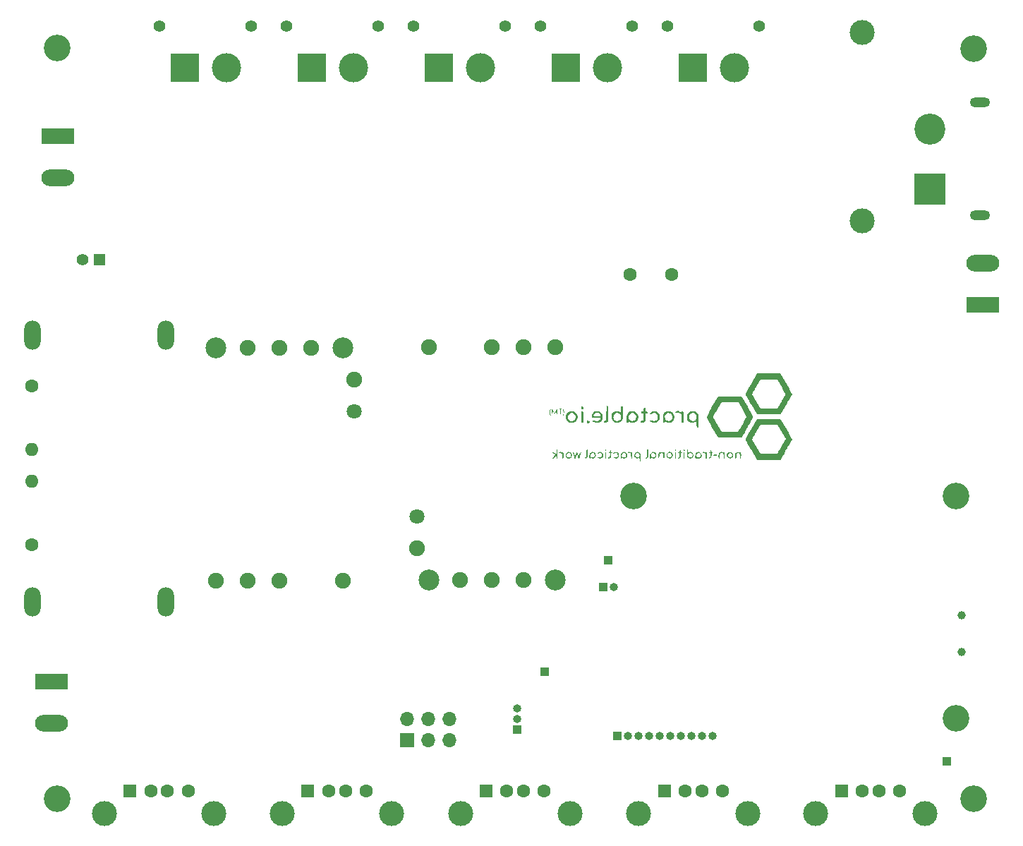
<source format=gbr>
%TF.GenerationSoftware,KiCad,Pcbnew,(6.0.0)*%
%TF.CreationDate,2022-03-07T14:47:04+00:00*%
%TF.ProjectId,ISOpower,49534f70-6f77-4657-922e-6b696361645f,rev?*%
%TF.SameCoordinates,Original*%
%TF.FileFunction,Soldermask,Bot*%
%TF.FilePolarity,Negative*%
%FSLAX46Y46*%
G04 Gerber Fmt 4.6, Leading zero omitted, Abs format (unit mm)*
G04 Created by KiCad (PCBNEW (6.0.0)) date 2022-03-07 14:47:04*
%MOMM*%
%LPD*%
G01*
G04 APERTURE LIST*
%ADD10R,1.700000X1.700000*%
%ADD11O,1.700000X1.700000*%
%ADD12R,1.600000X1.500000*%
%ADD13C,1.600000*%
%ADD14C,3.000000*%
%ADD15C,1.400000*%
%ADD16R,3.500000X3.500000*%
%ADD17C,3.500000*%
%ADD18O,1.600000X1.600000*%
%ADD19R,1.000000X1.000000*%
%ADD20O,1.000000X1.000000*%
%ADD21R,3.960000X1.980000*%
%ADD22O,3.960000X1.980000*%
%ADD23C,1.900000*%
%ADD24C,2.500000*%
%ADD25C,1.800000*%
%ADD26C,3.200000*%
%ADD27O,2.000000X3.500000*%
%ADD28R,1.400000X1.400000*%
%ADD29C,3.716000*%
%ADD30R,3.716000X3.716000*%
%ADD31O,2.400000X1.200000*%
%ADD32C,1.000000*%
G04 APERTURE END LIST*
%TO.C,G\u002A\u002A\u002A*%
G36*
X126533126Y-89890881D02*
G01*
X126600892Y-89943082D01*
X126639059Y-90011530D01*
X126639655Y-90080826D01*
X126587211Y-90152254D01*
X126533077Y-90194290D01*
X126449861Y-90209315D01*
X126365887Y-90162902D01*
X126354155Y-90150724D01*
X126316899Y-90072087D01*
X126313580Y-89982487D01*
X126346482Y-89911525D01*
X126364432Y-89897117D01*
X126444990Y-89874403D01*
X126533126Y-89890881D01*
G37*
G36*
X138049818Y-93376412D02*
G01*
X138068482Y-93438421D01*
X138047559Y-93495713D01*
X138034890Y-93505745D01*
X137974388Y-93511882D01*
X137912535Y-93468445D01*
X137911347Y-93467005D01*
X137889290Y-93420470D01*
X137918708Y-93374723D01*
X137953582Y-93352154D01*
X138016361Y-93348711D01*
X138049818Y-93376412D01*
G37*
G36*
X137389453Y-88778292D02*
G01*
X137523548Y-88836327D01*
X137662616Y-88917826D01*
X137672483Y-88848345D01*
X137689985Y-88803276D01*
X137753491Y-88768779D01*
X137793604Y-88764761D01*
X137835737Y-88769968D01*
X137866706Y-88793796D01*
X137888218Y-88843430D01*
X137901979Y-88926051D01*
X137909695Y-89048842D01*
X137913074Y-89218987D01*
X137913821Y-89443667D01*
X137913806Y-89467598D01*
X137912637Y-89656523D01*
X137909815Y-89825072D01*
X137905641Y-89962909D01*
X137900418Y-90059697D01*
X137894450Y-90105097D01*
X137859829Y-90140006D01*
X137778715Y-90146200D01*
X137682351Y-90136823D01*
X137666919Y-89648106D01*
X137651488Y-89159389D01*
X137550697Y-89069430D01*
X137510124Y-89036009D01*
X137446263Y-88999535D01*
X137368479Y-88979886D01*
X137260973Y-88973798D01*
X137107945Y-88978011D01*
X137007725Y-88971271D01*
X136945969Y-88938674D01*
X136937779Y-88884277D01*
X136986604Y-88812778D01*
X137014488Y-88790760D01*
X137117393Y-88754739D01*
X137248225Y-88750840D01*
X137389453Y-88778292D01*
G37*
G36*
X141241554Y-93430607D02*
G01*
X141246628Y-93436830D01*
X141268836Y-93498012D01*
X141277855Y-93584186D01*
X141280762Y-93646683D01*
X141298382Y-93690488D01*
X141339580Y-93701464D01*
X141375576Y-93710057D01*
X141401306Y-93747758D01*
X141391368Y-93773641D01*
X141343546Y-93794052D01*
X141333954Y-93794522D01*
X141308033Y-93806834D01*
X141291228Y-93844876D01*
X141280096Y-93920644D01*
X141271193Y-94046131D01*
X141267746Y-94101940D01*
X141257531Y-94210758D01*
X141241409Y-94280925D01*
X141214255Y-94329084D01*
X141170949Y-94371883D01*
X141099011Y-94418473D01*
X141004380Y-94436147D01*
X140949186Y-94421500D01*
X140915427Y-94383932D01*
X140934726Y-94339482D01*
X141006826Y-94302229D01*
X141108110Y-94272424D01*
X141126138Y-93794052D01*
X141032252Y-93794052D01*
X140965572Y-93784283D01*
X140938365Y-93747758D01*
X140957447Y-93715266D01*
X141030953Y-93701464D01*
X141046242Y-93701356D01*
X141098437Y-93693248D01*
X141119578Y-93659371D01*
X141123541Y-93581792D01*
X141128403Y-93518436D01*
X141153657Y-93443420D01*
X141193870Y-93410946D01*
X141241554Y-93430607D01*
G37*
G36*
X123152676Y-88485771D02*
G01*
X123269780Y-88490507D01*
X123348615Y-88501247D01*
X123377490Y-88516531D01*
X123376557Y-88520581D01*
X123340869Y-88539642D01*
X123269471Y-88547394D01*
X123161452Y-88547394D01*
X123161452Y-88840589D01*
X123161374Y-88864515D01*
X123156310Y-89012357D01*
X123145208Y-89100379D01*
X123130706Y-89128282D01*
X123115441Y-89095770D01*
X123102049Y-89002544D01*
X123093169Y-88848305D01*
X123084295Y-88562825D01*
X122983991Y-88553154D01*
X122940703Y-88547837D01*
X122886282Y-88533095D01*
X122884283Y-88516643D01*
X122928483Y-88501344D01*
X123012659Y-88490065D01*
X123130589Y-88485668D01*
X123152676Y-88485771D01*
G37*
G36*
X144553738Y-93672070D02*
G01*
X144631256Y-93705218D01*
X144631522Y-93705438D01*
X144674837Y-93730891D01*
X144695774Y-93709180D01*
X144712569Y-93688083D01*
X144767912Y-93670602D01*
X144782139Y-93671532D01*
X144802743Y-93682495D01*
X144815876Y-93714147D01*
X144823200Y-93776744D01*
X144826376Y-93880546D01*
X144827065Y-94035810D01*
X144825507Y-94176390D01*
X144821100Y-94298297D01*
X144814531Y-94384341D01*
X144806490Y-94421594D01*
X144797254Y-94428460D01*
X144744765Y-94442169D01*
X144731287Y-94436863D01*
X144714975Y-94399108D01*
X144706220Y-94317525D01*
X144703614Y-94183255D01*
X144699727Y-94052812D01*
X144679819Y-93922569D01*
X144639081Y-93839142D01*
X144573148Y-93794773D01*
X144477656Y-93781707D01*
X144397570Y-93787778D01*
X144320670Y-93819106D01*
X144272557Y-93884929D01*
X144247727Y-93993913D01*
X144240674Y-94154725D01*
X144238943Y-94274487D01*
X144231561Y-94362190D01*
X144216377Y-94410783D01*
X144191265Y-94432204D01*
X144182323Y-94435231D01*
X144135345Y-94430013D01*
X144106035Y-94378531D01*
X144092958Y-94276119D01*
X144094679Y-94118111D01*
X144095264Y-94105960D01*
X144110599Y-93943996D01*
X144140818Y-93829923D01*
X144190916Y-93751437D01*
X144265887Y-93696229D01*
X144335117Y-93672065D01*
X144445830Y-93660793D01*
X144553738Y-93672070D01*
G37*
G36*
X128202669Y-89542090D02*
G01*
X128163032Y-89744248D01*
X128075872Y-89907650D01*
X127939777Y-90034383D01*
X127753338Y-90126533D01*
X127566141Y-90168012D01*
X127355032Y-90156339D01*
X127145448Y-90083674D01*
X127065170Y-90038546D01*
X127017025Y-89991438D01*
X127003857Y-89936638D01*
X127012209Y-89888240D01*
X127055594Y-89852737D01*
X127139217Y-89857683D01*
X127266665Y-89902614D01*
X127320388Y-89923629D01*
X127424091Y-89954541D01*
X127503382Y-89966400D01*
X127557493Y-89961489D01*
X127693949Y-89917850D01*
X127819766Y-89840477D01*
X127909538Y-89743325D01*
X127937246Y-89698031D01*
X127968858Y-89638401D01*
X127977072Y-89595471D01*
X127955502Y-89566289D01*
X127897762Y-89547904D01*
X127797464Y-89537364D01*
X127648223Y-89531718D01*
X127443651Y-89528013D01*
X126911269Y-89519569D01*
X126902119Y-89379242D01*
X126907770Y-89308094D01*
X127111877Y-89308094D01*
X127123121Y-89324665D01*
X127163909Y-89336836D01*
X127242288Y-89344569D01*
X127366293Y-89348639D01*
X127543955Y-89349824D01*
X127684221Y-89349514D01*
X127823285Y-89346446D01*
X127912833Y-89337315D01*
X127959855Y-89318814D01*
X127971341Y-89287639D01*
X127954281Y-89240483D01*
X127915665Y-89174040D01*
X127835370Y-89075240D01*
X127709546Y-88993878D01*
X127568567Y-88961605D01*
X127425157Y-88978639D01*
X127292038Y-89045197D01*
X127181933Y-89161496D01*
X127168231Y-89182813D01*
X127128043Y-89257306D01*
X127111877Y-89308094D01*
X126907770Y-89308094D01*
X126913119Y-89240746D01*
X126972856Y-89077618D01*
X127073570Y-88935402D01*
X127204898Y-88832795D01*
X127259272Y-88805704D01*
X127341592Y-88777604D01*
X127435259Y-88766935D01*
X127565157Y-88769312D01*
X127647457Y-88774524D01*
X127752654Y-88790220D01*
X127835320Y-88820748D01*
X127920078Y-88873324D01*
X127992540Y-88930451D01*
X128112722Y-89073713D01*
X128182661Y-89247295D01*
X128187053Y-89287639D01*
X128205573Y-89457776D01*
X128202669Y-89542090D01*
G37*
G36*
X139731469Y-89727442D02*
G01*
X139736012Y-89915317D01*
X139737534Y-90106451D01*
X139735974Y-90290029D01*
X139731271Y-90455235D01*
X139723362Y-90591255D01*
X139712187Y-90687272D01*
X139697685Y-90732473D01*
X139695404Y-90734712D01*
X139627777Y-90767739D01*
X139536637Y-90750775D01*
X139516129Y-90734178D01*
X139501922Y-90695632D01*
X139493277Y-90625334D01*
X139488981Y-90513304D01*
X139487818Y-90349560D01*
X139487801Y-90335646D01*
X139485399Y-90192000D01*
X139479534Y-90074867D01*
X139471035Y-89995981D01*
X139460735Y-89967078D01*
X139438518Y-89975498D01*
X139393542Y-90015407D01*
X139384582Y-90025654D01*
X139275382Y-90104066D01*
X139130951Y-90151646D01*
X138968750Y-90166584D01*
X138806238Y-90147071D01*
X138660878Y-90091299D01*
X138641988Y-90080118D01*
X138495793Y-89956547D01*
X138392012Y-89798544D01*
X138332991Y-89617575D01*
X138322967Y-89455630D01*
X138562944Y-89455630D01*
X138590106Y-89615208D01*
X138663725Y-89761203D01*
X138779883Y-89877927D01*
X138870217Y-89928460D01*
X139008852Y-89959305D01*
X139142426Y-89941227D01*
X139263570Y-89881701D01*
X139364911Y-89788201D01*
X139439081Y-89668200D01*
X139478707Y-89529173D01*
X139476420Y-89378592D01*
X139424848Y-89223933D01*
X139377306Y-89148672D01*
X139264844Y-89045766D01*
X139130483Y-88989252D01*
X138986379Y-88979092D01*
X138844690Y-89015250D01*
X138717573Y-89097690D01*
X138617184Y-89226373D01*
X138586157Y-89298156D01*
X138562944Y-89455630D01*
X138322967Y-89455630D01*
X138321078Y-89425105D01*
X138358621Y-89232598D01*
X138447967Y-89051519D01*
X138500283Y-88982206D01*
X138640396Y-88858636D01*
X138810146Y-88786726D01*
X139015530Y-88763433D01*
X139114048Y-88769151D01*
X139311154Y-88819635D01*
X139477507Y-88918090D01*
X139605920Y-89059446D01*
X139689208Y-89238633D01*
X139700329Y-89291520D01*
X139713566Y-89404728D01*
X139722258Y-89529173D01*
X139723967Y-89553640D01*
X139731469Y-89727442D01*
G37*
G36*
X131491410Y-93677702D02*
G01*
X131496420Y-93679652D01*
X131592059Y-93706043D01*
X131643970Y-93693843D01*
X131664930Y-93681084D01*
X131723776Y-93680966D01*
X131734723Y-93687044D01*
X131753374Y-93715786D01*
X131764815Y-93774055D01*
X131770565Y-93872565D01*
X131772144Y-94022030D01*
X131771276Y-94119717D01*
X131767323Y-94247189D01*
X131760905Y-94344098D01*
X131752829Y-94394866D01*
X131735548Y-94419529D01*
X131683388Y-94435651D01*
X131678051Y-94434291D01*
X131654934Y-94414214D01*
X131638748Y-94364636D01*
X131627158Y-94274815D01*
X131617831Y-94134009D01*
X131609906Y-94002297D01*
X131600132Y-93911840D01*
X131585226Y-93857278D01*
X131561495Y-93825403D01*
X131525243Y-93803008D01*
X131520138Y-93800549D01*
X131432697Y-93774582D01*
X131332351Y-93763645D01*
X131277774Y-93760056D01*
X131224955Y-93739713D01*
X131229451Y-93706225D01*
X131293451Y-93665132D01*
X131326521Y-93652733D01*
X131397146Y-93649095D01*
X131491410Y-93677702D01*
G37*
G36*
X128061711Y-93695041D02*
G01*
X128167668Y-93779326D01*
X128238193Y-93902375D01*
X128263925Y-94056519D01*
X128251512Y-94175173D01*
X128196133Y-94291726D01*
X128089798Y-94383813D01*
X128069906Y-94394936D01*
X127961750Y-94427614D01*
X127838658Y-94433765D01*
X127724534Y-94414153D01*
X127643277Y-94369542D01*
X127619655Y-94337680D01*
X127617828Y-94290516D01*
X127656969Y-94268303D01*
X127723788Y-94284996D01*
X127819636Y-94319285D01*
X127938102Y-94315356D01*
X128037140Y-94262224D01*
X128105103Y-94166999D01*
X128130346Y-94036792D01*
X128118875Y-93949286D01*
X128064594Y-93848591D01*
X127976202Y-93789350D01*
X127865378Y-93778075D01*
X127743800Y-93821275D01*
X127673671Y-93858842D01*
X127635772Y-93864673D01*
X127616543Y-93839571D01*
X127615965Y-93838021D01*
X127621314Y-93772557D01*
X127682127Y-93714661D01*
X127792301Y-93670213D01*
X127929684Y-93657187D01*
X128061711Y-93695041D01*
G37*
G36*
X128798488Y-88155444D02*
G01*
X128853415Y-88194677D01*
X128858324Y-88200170D01*
X128872442Y-88226750D01*
X128883195Y-88271395D01*
X128891004Y-88341382D01*
X128896292Y-88443985D01*
X128899478Y-88586481D01*
X128900986Y-88776146D01*
X128901235Y-89020254D01*
X128900968Y-89172555D01*
X128899726Y-89383650D01*
X128897027Y-89546308D01*
X128892333Y-89668855D01*
X128885105Y-89759615D01*
X128874807Y-89826911D01*
X128860901Y-89879068D01*
X128842850Y-89924410D01*
X128828271Y-89953823D01*
X128771171Y-90041984D01*
X128713210Y-90101871D01*
X128621750Y-90139601D01*
X128503295Y-90152024D01*
X128395203Y-90133521D01*
X128364850Y-90105994D01*
X128346385Y-90042019D01*
X128364019Y-89981899D01*
X128428244Y-89926511D01*
X128524578Y-89905352D01*
X128529338Y-89905277D01*
X128566002Y-89897003D01*
X128594914Y-89870667D01*
X128616955Y-89820033D01*
X128633010Y-89738868D01*
X128643960Y-89620935D01*
X128650688Y-89460002D01*
X128654078Y-89249832D01*
X128655012Y-88984192D01*
X128655038Y-88918196D01*
X128655933Y-88682190D01*
X128658770Y-88499528D01*
X128664448Y-88363466D01*
X128673868Y-88267263D01*
X128687933Y-88204175D01*
X128707542Y-88167460D01*
X128733597Y-88150375D01*
X128766999Y-88146179D01*
X128798488Y-88155444D01*
G37*
G36*
X133622123Y-93347240D02*
G01*
X133644532Y-93357154D01*
X133659398Y-93387115D01*
X133668810Y-93447542D01*
X133674856Y-93548852D01*
X133679624Y-93701464D01*
X133680350Y-93730347D01*
X133682104Y-93949743D01*
X133674904Y-94116843D01*
X133657683Y-94239667D01*
X133629377Y-94326235D01*
X133588921Y-94384566D01*
X133554634Y-94410909D01*
X133482290Y-94434258D01*
X133418142Y-94423934D01*
X133384247Y-94380386D01*
X133395359Y-94342990D01*
X133445657Y-94303229D01*
X133458489Y-94297234D01*
X133482082Y-94280143D01*
X133498820Y-94250471D01*
X133510408Y-94198394D01*
X133518551Y-94114086D01*
X133524953Y-93987724D01*
X133531318Y-93809484D01*
X133533495Y-93745196D01*
X133539716Y-93585280D01*
X133546416Y-93474947D01*
X133555117Y-93405052D01*
X133567344Y-93366450D01*
X133584622Y-93349996D01*
X133608475Y-93346543D01*
X133622123Y-93347240D01*
G37*
G36*
X134613152Y-94246280D02*
G01*
X134514496Y-94364002D01*
X134397695Y-94427159D01*
X134259358Y-94439350D01*
X134117710Y-94395875D01*
X134062860Y-94370234D01*
X134025419Y-94368586D01*
X133999612Y-94400643D01*
X133977090Y-94425958D01*
X133920922Y-94432474D01*
X133912093Y-94428214D01*
X133887170Y-94395832D01*
X133874402Y-94328222D01*
X133870808Y-94212292D01*
X133883070Y-94025368D01*
X133883342Y-94024402D01*
X134018844Y-94024402D01*
X134034465Y-94145581D01*
X134089140Y-94244003D01*
X134159868Y-94296917D01*
X134272023Y-94318718D01*
X134356352Y-94305271D01*
X134447285Y-94249234D01*
X134505860Y-94162631D01*
X134529539Y-94059660D01*
X134515780Y-93954522D01*
X134462044Y-93861416D01*
X134365790Y-93794541D01*
X134339118Y-93785409D01*
X134227469Y-93780183D01*
X134123982Y-93819033D01*
X134051718Y-93894611D01*
X134045199Y-93907754D01*
X134018844Y-94024402D01*
X133883342Y-94024402D01*
X133923964Y-93880061D01*
X133997528Y-93774113D01*
X134107788Y-93698797D01*
X134123689Y-93691180D01*
X134212175Y-93655735D01*
X134282123Y-93648754D01*
X134363091Y-93666500D01*
X134375290Y-93670330D01*
X134511401Y-93742616D01*
X134605927Y-93848718D01*
X134656184Y-93976273D01*
X134658200Y-94059660D01*
X134659487Y-94112915D01*
X134613152Y-94246280D01*
G37*
G36*
X137543612Y-93420356D02*
G01*
X137560643Y-93466314D01*
X137574331Y-93547151D01*
X137588538Y-93632473D01*
X137613874Y-93678688D01*
X137659204Y-93695895D01*
X137671893Y-93698037D01*
X137721903Y-93722152D01*
X137714862Y-93757200D01*
X137651488Y-93794052D01*
X137630354Y-93802768D01*
X137599390Y-93825087D01*
X137582600Y-93865127D01*
X137575681Y-93937552D01*
X137574331Y-94057024D01*
X137574306Y-94075885D01*
X137571386Y-94193042D01*
X137560456Y-94268846D01*
X137537021Y-94321301D01*
X137496584Y-94368408D01*
X137428230Y-94419848D01*
X137334819Y-94436446D01*
X137278069Y-94421642D01*
X137242965Y-94384073D01*
X137261641Y-94339640D01*
X137334165Y-94302229D01*
X137435449Y-94272424D01*
X137453477Y-93794052D01*
X137359591Y-93794052D01*
X137292911Y-93784283D01*
X137265704Y-93747758D01*
X137284786Y-93715266D01*
X137358292Y-93701464D01*
X137393222Y-93700679D01*
X137432700Y-93688431D01*
X137448196Y-93647983D01*
X137450880Y-93562582D01*
X137452297Y-93521077D01*
X137463337Y-93451285D01*
X137481743Y-93423700D01*
X137484780Y-93423665D01*
X137535753Y-93415984D01*
X137543612Y-93420356D01*
G37*
G36*
X124499184Y-94188341D02*
G01*
X124439252Y-94308381D01*
X124341562Y-94393857D01*
X124216562Y-94434231D01*
X124080173Y-94434514D01*
X123950187Y-94399033D01*
X123843732Y-94332477D01*
X123777936Y-94239538D01*
X123772299Y-94222327D01*
X123754865Y-94130472D01*
X123747843Y-94025881D01*
X123747993Y-94022819D01*
X123871693Y-94022819D01*
X123881202Y-94138811D01*
X123947047Y-94242964D01*
X124028010Y-94294801D01*
X124146701Y-94318531D01*
X124265442Y-94298062D01*
X124295063Y-94275945D01*
X124343059Y-94205890D01*
X124380720Y-94115188D01*
X124395959Y-94028776D01*
X124391035Y-93990152D01*
X124343652Y-93896559D01*
X124260147Y-93818616D01*
X124158010Y-93774977D01*
X124096913Y-93769155D01*
X124035549Y-93789438D01*
X123965118Y-93849793D01*
X123917966Y-93907088D01*
X123871693Y-94022819D01*
X123747993Y-94022819D01*
X123749739Y-93987224D01*
X123788601Y-93856642D01*
X123868304Y-93755737D01*
X123976546Y-93688093D01*
X124101023Y-93657291D01*
X124229433Y-93666914D01*
X124349474Y-93720544D01*
X124448841Y-93821763D01*
X124493390Y-93910602D01*
X124514438Y-94028776D01*
X124518262Y-94050245D01*
X124499184Y-94188341D01*
G37*
G36*
X123165949Y-93650518D02*
G01*
X123268854Y-93688075D01*
X123338910Y-93715062D01*
X123371729Y-93703317D01*
X123387486Y-93685361D01*
X123441788Y-93670602D01*
X123456015Y-93671532D01*
X123476619Y-93682495D01*
X123489752Y-93714147D01*
X123497076Y-93776744D01*
X123500252Y-93880546D01*
X123500941Y-94035810D01*
X123499384Y-94176390D01*
X123494976Y-94298297D01*
X123488407Y-94384341D01*
X123480366Y-94421594D01*
X123471130Y-94428460D01*
X123418641Y-94442169D01*
X123404412Y-94436085D01*
X123388535Y-94397007D01*
X123380022Y-94314073D01*
X123377490Y-94178433D01*
X123377171Y-94107842D01*
X123373167Y-94000336D01*
X123361668Y-93930475D01*
X123339062Y-93882073D01*
X123301737Y-93838944D01*
X123298514Y-93835759D01*
X123213060Y-93779578D01*
X123101129Y-93763190D01*
X123079922Y-93762891D01*
X123001355Y-93750915D01*
X122976275Y-93720198D01*
X122976362Y-93716625D01*
X123004546Y-93666457D01*
X123072794Y-93643867D01*
X123165949Y-93650518D01*
G37*
G36*
X132785456Y-94307365D02*
G01*
X132785672Y-94315634D01*
X132788068Y-94466418D01*
X132787400Y-94596428D01*
X132783908Y-94692028D01*
X132777833Y-94739584D01*
X132760241Y-94762588D01*
X132705834Y-94775897D01*
X132683019Y-94766111D01*
X132662307Y-94731530D01*
X132649990Y-94660738D01*
X132642640Y-94540987D01*
X132633549Y-94316402D01*
X132553605Y-94379286D01*
X132495977Y-94415495D01*
X132370611Y-94445384D01*
X132242839Y-94419492D01*
X132125798Y-94339055D01*
X132041973Y-94235659D01*
X131995600Y-94110511D01*
X131997940Y-94047425D01*
X132125414Y-94047425D01*
X132143517Y-94147460D01*
X132214201Y-94249277D01*
X132264100Y-94289090D01*
X132367774Y-94319705D01*
X132477135Y-94305728D01*
X132569194Y-94247288D01*
X132626386Y-94148309D01*
X132637998Y-94033407D01*
X132607280Y-93921577D01*
X132539060Y-93830157D01*
X132438162Y-93776483D01*
X132394844Y-93771408D01*
X132292350Y-93796724D01*
X132202037Y-93863301D01*
X132144228Y-93958550D01*
X132125414Y-94047425D01*
X131997940Y-94047425D01*
X132000911Y-93967353D01*
X132049995Y-93844257D01*
X132150477Y-93737918D01*
X132290166Y-93668946D01*
X132370317Y-93649760D01*
X132443859Y-93653891D01*
X132530990Y-93689767D01*
X132617858Y-93738546D01*
X132685835Y-93796498D01*
X132731951Y-93871112D01*
X132760838Y-93973633D01*
X132767712Y-94033407D01*
X132777129Y-94115303D01*
X132785456Y-94307365D01*
G37*
G36*
X137996981Y-93672744D02*
G01*
X138015797Y-93686531D01*
X138027617Y-93722006D01*
X138034058Y-93789178D01*
X138036738Y-93898056D01*
X138037272Y-94058648D01*
X138037078Y-94156830D01*
X138035233Y-94287036D01*
X138030298Y-94370519D01*
X138020903Y-94416851D01*
X138005681Y-94435601D01*
X137983262Y-94436341D01*
X137976821Y-94434771D01*
X137955678Y-94420008D01*
X137941123Y-94384131D01*
X137931516Y-94316989D01*
X137925217Y-94208427D01*
X137920587Y-94048294D01*
X137917876Y-93917301D01*
X137917322Y-93801425D01*
X137921266Y-93728966D01*
X137931159Y-93689775D01*
X137948452Y-93673704D01*
X137974596Y-93670602D01*
X137996981Y-93672744D01*
G37*
G36*
X125194503Y-89555508D02*
G01*
X125151472Y-89757347D01*
X125058935Y-89922728D01*
X124917707Y-90050491D01*
X124728604Y-90139472D01*
X124608036Y-90166847D01*
X124410890Y-90166573D01*
X124221160Y-90115838D01*
X124052832Y-90019115D01*
X123919892Y-89880875D01*
X123898948Y-89849960D01*
X123852821Y-89763099D01*
X123827481Y-89667392D01*
X123814894Y-89536488D01*
X123814015Y-89507209D01*
X124045001Y-89507209D01*
X124075538Y-89653947D01*
X124146464Y-89782136D01*
X124258169Y-89878055D01*
X124414569Y-89937724D01*
X124569049Y-89944996D01*
X124710810Y-89904822D01*
X124829194Y-89822233D01*
X124913544Y-89702260D01*
X124953201Y-89549936D01*
X124959108Y-89412768D01*
X124945545Y-89305381D01*
X124905719Y-89217593D01*
X124833734Y-89128607D01*
X124805611Y-89099127D01*
X124731783Y-89035330D01*
X124656454Y-89002576D01*
X124551098Y-88986525D01*
X124491957Y-88982399D01*
X124378338Y-88990265D01*
X124282339Y-89026624D01*
X124191834Y-89092916D01*
X124103539Y-89212973D01*
X124054464Y-89355644D01*
X124045001Y-89507209D01*
X123814015Y-89507209D01*
X123812277Y-89449271D01*
X123828737Y-89269403D01*
X123881270Y-89120863D01*
X123974600Y-88987411D01*
X124107786Y-88871146D01*
X124286543Y-88791266D01*
X124497254Y-88764110D01*
X124619820Y-88771612D01*
X124816784Y-88824603D01*
X124976968Y-88925012D01*
X125096459Y-89068889D01*
X125171345Y-89252284D01*
X125190670Y-89412768D01*
X125197712Y-89471246D01*
X125194503Y-89555508D01*
G37*
G36*
X125828797Y-88781215D02*
G01*
X125878133Y-88842599D01*
X125887382Y-88887967D01*
X125896358Y-88988029D01*
X125902738Y-89125410D01*
X125906542Y-89287736D01*
X125907788Y-89462632D01*
X125906494Y-89637724D01*
X125902678Y-89800637D01*
X125896359Y-89938997D01*
X125887554Y-90040428D01*
X125876283Y-90092558D01*
X125842315Y-90128720D01*
X125769349Y-90152254D01*
X125717699Y-90140619D01*
X125662416Y-90092558D01*
X125654423Y-90062213D01*
X125644606Y-89972446D01*
X125637046Y-89835932D01*
X125632186Y-89661467D01*
X125630467Y-89457843D01*
X125631323Y-89312380D01*
X125635292Y-89128285D01*
X125642092Y-88979516D01*
X125651281Y-88874866D01*
X125662416Y-88823129D01*
X125690880Y-88787965D01*
X125758612Y-88762303D01*
X125828797Y-88781215D01*
G37*
G36*
X136545248Y-94309855D02*
G01*
X136429436Y-94404895D01*
X136329424Y-94433129D01*
X136202022Y-94432013D01*
X136078047Y-94402995D01*
X135984791Y-94349476D01*
X135944769Y-94306076D01*
X135874844Y-94175285D01*
X135855355Y-94031668D01*
X135860100Y-94010348D01*
X135991718Y-94010348D01*
X136001276Y-94134307D01*
X136071699Y-94249277D01*
X136121376Y-94288851D01*
X136225286Y-94319664D01*
X136334841Y-94305766D01*
X136427032Y-94247288D01*
X136473468Y-94170151D01*
X136495579Y-94057391D01*
X136482287Y-93944508D01*
X136433196Y-93856563D01*
X136400484Y-93828039D01*
X136292599Y-93778009D01*
X136182382Y-93779708D01*
X136085067Y-93830531D01*
X136015890Y-93927875D01*
X135991718Y-94010348D01*
X135860100Y-94010348D01*
X135886716Y-93890754D01*
X135969339Y-93768070D01*
X135973020Y-93764428D01*
X136099109Y-93679770D01*
X136241852Y-93653948D01*
X136396909Y-93687777D01*
X136416085Y-93695869D01*
X136535852Y-93776305D01*
X136606407Y-93891438D01*
X136630923Y-94046125D01*
X136629449Y-94057391D01*
X136613589Y-94178616D01*
X136545248Y-94309855D01*
G37*
G36*
X140441592Y-93677702D02*
G01*
X140446602Y-93679652D01*
X140542242Y-93706043D01*
X140594152Y-93693843D01*
X140615113Y-93681084D01*
X140673958Y-93680966D01*
X140689609Y-93691440D01*
X140705952Y-93724762D01*
X140715950Y-93788791D01*
X140720958Y-93893853D01*
X140722326Y-94050273D01*
X140720955Y-94177226D01*
X140716591Y-94298349D01*
X140709945Y-94384215D01*
X140701751Y-94421594D01*
X140685015Y-94434090D01*
X140628662Y-94437038D01*
X140586746Y-94393351D01*
X140584977Y-94387658D01*
X140576365Y-94325356D01*
X140570304Y-94223787D01*
X140568013Y-94101905D01*
X140567941Y-94068907D01*
X140564978Y-93955776D01*
X140554997Y-93885408D01*
X140534359Y-93842370D01*
X140499420Y-93811234D01*
X140484147Y-93802190D01*
X140399280Y-93774387D01*
X140298813Y-93763190D01*
X140227151Y-93758408D01*
X140174973Y-93738053D01*
X140179679Y-93705561D01*
X140243634Y-93665132D01*
X140276703Y-93652733D01*
X140347328Y-93649095D01*
X140441592Y-93677702D01*
G37*
G36*
X143788229Y-94309526D02*
G01*
X143692473Y-94393857D01*
X143628242Y-94421430D01*
X143486777Y-94442155D01*
X143347309Y-94417793D01*
X143226780Y-94352732D01*
X143142135Y-94251359D01*
X143109281Y-94148300D01*
X143104968Y-94024681D01*
X143222205Y-94024681D01*
X143225863Y-94066862D01*
X143255710Y-94165428D01*
X143305381Y-94251094D01*
X143362470Y-94299547D01*
X143449780Y-94320697D01*
X143565107Y-94308523D01*
X143658076Y-94254928D01*
X143721202Y-94171266D01*
X143746998Y-94068890D01*
X143727978Y-93959151D01*
X143656657Y-93853404D01*
X143569388Y-93788254D01*
X143484538Y-93763190D01*
X143400671Y-93787553D01*
X143314478Y-93852148D01*
X143248512Y-93937648D01*
X143222205Y-94024681D01*
X143104968Y-94024681D01*
X143104500Y-94011280D01*
X143133064Y-93879395D01*
X143192332Y-93777567D01*
X143265659Y-93717640D01*
X143398468Y-93665970D01*
X143541381Y-93662334D01*
X143677746Y-93706192D01*
X143790912Y-93797003D01*
X143793305Y-93799884D01*
X143854598Y-93917545D01*
X143872227Y-94053572D01*
X143869636Y-94068890D01*
X143849125Y-94190165D01*
X143788229Y-94309526D01*
G37*
G36*
X125612535Y-93697418D02*
G01*
X125613409Y-93705322D01*
X125603126Y-93761192D01*
X125577643Y-93858063D01*
X125540723Y-93983451D01*
X125496129Y-94124871D01*
X125447626Y-94269840D01*
X125398976Y-94405872D01*
X125384251Y-94425109D01*
X125332506Y-94436734D01*
X125327561Y-94435262D01*
X125291727Y-94396486D01*
X125251354Y-94304743D01*
X125204574Y-94155933D01*
X125186042Y-94092217D01*
X125153368Y-93988673D01*
X125128082Y-93919976D01*
X125114512Y-93898505D01*
X125110782Y-93905525D01*
X125092165Y-93958911D01*
X125064031Y-94051692D01*
X125030878Y-94169309D01*
X125003285Y-94264865D01*
X124963493Y-94373144D01*
X124925851Y-94426730D01*
X124887043Y-94424556D01*
X124843754Y-94365560D01*
X124792670Y-94248677D01*
X124730477Y-94072842D01*
X124729857Y-94070990D01*
X124684070Y-93932281D01*
X124646597Y-93815151D01*
X124621290Y-93731886D01*
X124611998Y-93694774D01*
X124622687Y-93681030D01*
X124671856Y-93670602D01*
X124674224Y-93670644D01*
X124706642Y-93683301D01*
X124737109Y-93725511D01*
X124770994Y-93807449D01*
X124813669Y-93939292D01*
X124847699Y-94047375D01*
X124880065Y-94130558D01*
X124906458Y-94158004D01*
X124931596Y-94128557D01*
X124960197Y-94041060D01*
X124996977Y-93894356D01*
X125017277Y-93814512D01*
X125046117Y-93727157D01*
X125074564Y-93682889D01*
X125108134Y-93670602D01*
X125136861Y-93680219D01*
X125168150Y-93720535D01*
X125202674Y-93801512D01*
X125245559Y-93932934D01*
X125262839Y-93988838D01*
X125297010Y-94094652D01*
X125322752Y-94167896D01*
X125335502Y-94195267D01*
X125339534Y-94189159D01*
X125359174Y-94138988D01*
X125389949Y-94049158D01*
X125427219Y-93932934D01*
X125430590Y-93922199D01*
X125483285Y-93776669D01*
X125530612Y-93691409D01*
X125573414Y-93665350D01*
X125612535Y-93697418D01*
G37*
G36*
X129902075Y-93675208D02*
G01*
X129994464Y-93712042D01*
X129999237Y-93715223D01*
X130099925Y-93817087D01*
X130154422Y-93945458D01*
X130161839Y-94085455D01*
X130121293Y-94222197D01*
X130031896Y-94340805D01*
X129980948Y-94383779D01*
X129895918Y-94429658D01*
X129798837Y-94442169D01*
X129772837Y-94441596D01*
X129651223Y-94423052D01*
X129556552Y-94383243D01*
X129505954Y-94328801D01*
X129502748Y-94313790D01*
X129523100Y-94276086D01*
X129570705Y-94262711D01*
X129620002Y-94283757D01*
X129672392Y-94307900D01*
X129760884Y-94316649D01*
X129853913Y-94306925D01*
X129923057Y-94279158D01*
X129949170Y-94256366D01*
X130014893Y-94154210D01*
X130033891Y-94036232D01*
X130005862Y-93920793D01*
X129930504Y-93826252D01*
X129863548Y-93785054D01*
X129756579Y-93766661D01*
X129656232Y-93808502D01*
X129638533Y-93820752D01*
X129567583Y-93850356D01*
X129511252Y-93847952D01*
X129488305Y-93813033D01*
X129511006Y-93757725D01*
X129579701Y-93709062D01*
X129678544Y-93676940D01*
X129791385Y-93664581D01*
X129902075Y-93675208D01*
G37*
G36*
X129198263Y-93449780D02*
G01*
X129210540Y-93549736D01*
X129214219Y-93617962D01*
X129236130Y-93670915D01*
X129287697Y-93701464D01*
X129339586Y-93725628D01*
X129364854Y-93747758D01*
X129344675Y-93766835D01*
X129287697Y-93794052D01*
X129266563Y-93802768D01*
X129235599Y-93825087D01*
X129218809Y-93865127D01*
X129211890Y-93937552D01*
X129210540Y-94057024D01*
X129210515Y-94075885D01*
X129207595Y-94193042D01*
X129196665Y-94268846D01*
X129173230Y-94321301D01*
X129132793Y-94368408D01*
X129064439Y-94419848D01*
X128971028Y-94436446D01*
X128964492Y-94435548D01*
X128904864Y-94410806D01*
X128874705Y-94371367D01*
X128880393Y-94334811D01*
X128928309Y-94318718D01*
X128995578Y-94305867D01*
X129048750Y-94254510D01*
X129078088Y-94157466D01*
X129087089Y-94007887D01*
X129087089Y-93794052D01*
X128994501Y-93794052D01*
X128936728Y-93785296D01*
X128902030Y-93754754D01*
X128918249Y-93718982D01*
X128986786Y-93695799D01*
X129042605Y-93681640D01*
X129069752Y-93643684D01*
X129081673Y-93562983D01*
X129099086Y-93468760D01*
X129131915Y-93410384D01*
X129168514Y-93403693D01*
X129198263Y-93449780D01*
G37*
G36*
X121980345Y-88514170D02*
G01*
X121980331Y-88566097D01*
X121957339Y-88656829D01*
X121939803Y-88726030D01*
X121924122Y-88873418D01*
X121929488Y-89022893D01*
X121955987Y-89144430D01*
X121978151Y-89214540D01*
X121988669Y-89274676D01*
X121987631Y-89295340D01*
X121972992Y-89323497D01*
X121945771Y-89302910D01*
X121912028Y-89240719D01*
X121877823Y-89144062D01*
X121843919Y-88950019D01*
X121855372Y-88749546D01*
X121914837Y-88572200D01*
X121924958Y-88553649D01*
X121960760Y-88507777D01*
X121980345Y-88514170D01*
G37*
G36*
X136974374Y-93671794D02*
G01*
X136995087Y-93683013D01*
X137008117Y-93714714D01*
X137015233Y-93777207D01*
X137018205Y-93880802D01*
X137018803Y-94035810D01*
X137017198Y-94176359D01*
X137012653Y-94298442D01*
X137005878Y-94384720D01*
X136997585Y-94422237D01*
X136997537Y-94422285D01*
X136963765Y-94441217D01*
X136938568Y-94417915D01*
X136920714Y-94347534D01*
X136908974Y-94225227D01*
X136902118Y-94046148D01*
X136899445Y-93918139D01*
X136898839Y-93801886D01*
X136902741Y-93729183D01*
X136912614Y-93689853D01*
X136929921Y-93673718D01*
X136956127Y-93670602D01*
X136974374Y-93671794D01*
G37*
G36*
X122750292Y-93333358D02*
G01*
X122766866Y-93346095D01*
X122778217Y-93377867D01*
X122785331Y-93437213D01*
X122789192Y-93532669D01*
X122790787Y-93672774D01*
X122791099Y-93866065D01*
X122790313Y-94010901D01*
X122787424Y-94169725D01*
X122782790Y-94298193D01*
X122776810Y-94385849D01*
X122769881Y-94422237D01*
X122759731Y-94430945D01*
X122719355Y-94432600D01*
X122687759Y-94377710D01*
X122667648Y-94270299D01*
X122654673Y-94187914D01*
X122626360Y-94127312D01*
X122581636Y-94121362D01*
X122516512Y-94170120D01*
X122427004Y-94273641D01*
X122419026Y-94283694D01*
X122332312Y-94380518D01*
X122264555Y-94432836D01*
X122220453Y-94438108D01*
X122204708Y-94393793D01*
X122204852Y-94391437D01*
X122226338Y-94341703D01*
X122277218Y-94262691D01*
X122347290Y-94170384D01*
X122489872Y-93995350D01*
X122347290Y-93869884D01*
X122282560Y-93809077D01*
X122226341Y-93746891D01*
X122204708Y-93709331D01*
X122204730Y-93706750D01*
X122220821Y-93663828D01*
X122268408Y-93666300D01*
X122349866Y-93715086D01*
X122467568Y-93811106D01*
X122667648Y-93986767D01*
X122667648Y-93658939D01*
X122667688Y-93612571D01*
X122669043Y-93482307D01*
X122673846Y-93399881D01*
X122684140Y-93354441D01*
X122701968Y-93335135D01*
X122729374Y-93331112D01*
X122750292Y-93333358D01*
G37*
G36*
X128650124Y-93374723D02*
G01*
X128653414Y-93378052D01*
X128679823Y-93422444D01*
X128655199Y-93469769D01*
X128654036Y-93471152D01*
X128594227Y-93508087D01*
X128537989Y-93494371D01*
X128506782Y-93435029D01*
X128506170Y-93411646D01*
X128533964Y-93359839D01*
X128589299Y-93344438D01*
X128650124Y-93374723D01*
G37*
G36*
X137004505Y-93365313D02*
G01*
X137028312Y-93401573D01*
X137032066Y-93464515D01*
X137026036Y-93476693D01*
X136977291Y-93511405D01*
X136916904Y-93508570D01*
X136874732Y-93467601D01*
X136873934Y-93427164D01*
X136906563Y-93368399D01*
X136925259Y-93350622D01*
X136962801Y-93334404D01*
X137004505Y-93365313D01*
G37*
G36*
X126352703Y-93331637D02*
G01*
X126372691Y-93339336D01*
X126386400Y-93363453D01*
X126395009Y-93413049D01*
X126399699Y-93497184D01*
X126401647Y-93624922D01*
X126402035Y-93805322D01*
X126402022Y-93840202D01*
X126401133Y-94013922D01*
X126397937Y-94138558D01*
X126391166Y-94224925D01*
X126379552Y-94283838D01*
X126361829Y-94326110D01*
X126336729Y-94362555D01*
X126269629Y-94423268D01*
X126190395Y-94436158D01*
X126187256Y-94435759D01*
X126127365Y-94411813D01*
X126097506Y-94372209D01*
X126103654Y-94335120D01*
X126151784Y-94318718D01*
X126193730Y-94311043D01*
X126228899Y-94279689D01*
X126253236Y-94216996D01*
X126268474Y-94115396D01*
X126276345Y-93967326D01*
X126278584Y-93765219D01*
X126278593Y-93729988D01*
X126279273Y-93568676D01*
X126282002Y-93457916D01*
X126288124Y-93388243D01*
X126298985Y-93350194D01*
X126315932Y-93334305D01*
X126340309Y-93331112D01*
X126352703Y-93331637D01*
G37*
G36*
X141893088Y-93997326D02*
G01*
X141943772Y-94028947D01*
X141937545Y-94078059D01*
X141937016Y-94078770D01*
X141897965Y-94090842D01*
X141815213Y-94099417D01*
X141705848Y-94102679D01*
X141592912Y-94100913D01*
X141528473Y-94093449D01*
X141501447Y-94077098D01*
X141499656Y-94048670D01*
X141504035Y-94034609D01*
X141532229Y-94008966D01*
X141595614Y-93993890D01*
X141707432Y-93985344D01*
X141788077Y-93984237D01*
X141893088Y-93997326D01*
G37*
G36*
X132468515Y-89561659D02*
G01*
X132417589Y-89768899D01*
X132319975Y-89938851D01*
X132178369Y-90067888D01*
X131995465Y-90152386D01*
X131925811Y-90169423D01*
X131847187Y-90180464D01*
X131809314Y-90179055D01*
X131703189Y-90158638D01*
X131586591Y-90121233D01*
X131483401Y-90075253D01*
X131417501Y-90029111D01*
X131407738Y-90018532D01*
X131352904Y-89973639D01*
X131320344Y-89984343D01*
X131303538Y-90051950D01*
X131281085Y-90118122D01*
X131222633Y-90146908D01*
X131189488Y-90150106D01*
X131134697Y-90141576D01*
X131097959Y-90105304D01*
X131075899Y-90032836D01*
X131065138Y-89915718D01*
X131062302Y-89745495D01*
X131062318Y-89730592D01*
X131067818Y-89515513D01*
X131075534Y-89441418D01*
X131315443Y-89441418D01*
X131331437Y-89607192D01*
X131402756Y-89755464D01*
X131527150Y-89877472D01*
X131623753Y-89928835D01*
X131766749Y-89954899D01*
X131907327Y-89931623D01*
X132034965Y-89865105D01*
X132139143Y-89761444D01*
X132209340Y-89626740D01*
X132235037Y-89467092D01*
X132222255Y-89347476D01*
X132166441Y-89205165D01*
X132075603Y-89094787D01*
X131959923Y-89018915D01*
X131829586Y-88980125D01*
X131694776Y-88980990D01*
X131565675Y-89024084D01*
X131452468Y-89111982D01*
X131365338Y-89247257D01*
X131357022Y-89266904D01*
X131315443Y-89441418D01*
X131075534Y-89441418D01*
X131085221Y-89348402D01*
X131117501Y-89216879D01*
X131167627Y-89108564D01*
X131238572Y-89011076D01*
X131336903Y-88910063D01*
X131473106Y-88819566D01*
X131629084Y-88774683D01*
X131821391Y-88768524D01*
X131999765Y-88792675D01*
X132162306Y-88858025D01*
X132292294Y-88969716D01*
X132399584Y-89133976D01*
X132434193Y-89204641D01*
X132466346Y-89294450D01*
X132477455Y-89386250D01*
X132474738Y-89467092D01*
X132473311Y-89509544D01*
X132468515Y-89561659D01*
G37*
G36*
X134594063Y-88790271D02*
G01*
X134770505Y-88868240D01*
X134915241Y-88998633D01*
X134955856Y-89053258D01*
X135038595Y-89224964D01*
X135072697Y-89409326D01*
X135061059Y-89595365D01*
X135006576Y-89772099D01*
X134912146Y-89928550D01*
X134780665Y-90053736D01*
X134615030Y-90136676D01*
X134552763Y-90153410D01*
X134373785Y-90171435D01*
X134197926Y-90150638D01*
X134042295Y-90094266D01*
X133924000Y-90005564D01*
X133907439Y-89985021D01*
X133883885Y-89920053D01*
X133906440Y-89872205D01*
X133963454Y-89847688D01*
X134043275Y-89852712D01*
X134134252Y-89893488D01*
X134220009Y-89929775D01*
X134354799Y-89945578D01*
X134495964Y-89928688D01*
X134618324Y-89879817D01*
X134656887Y-89853413D01*
X134759134Y-89740697D01*
X134813401Y-89592657D01*
X134821163Y-89405846D01*
X134816030Y-89346907D01*
X134798410Y-89254855D01*
X134762327Y-89185347D01*
X134696510Y-89111792D01*
X134690909Y-89106220D01*
X134610967Y-89038076D01*
X134531222Y-89003102D01*
X134420828Y-88987376D01*
X134371922Y-88984238D01*
X134281880Y-88988232D01*
X134204404Y-89015008D01*
X134109410Y-89072821D01*
X134082163Y-89090784D01*
X134003036Y-89136529D01*
X133952815Y-89149135D01*
X133916518Y-89133301D01*
X133878510Y-89083274D01*
X133877524Y-89012596D01*
X133921896Y-88940175D01*
X134003290Y-88872562D01*
X134113367Y-88816312D01*
X134243791Y-88777977D01*
X134386225Y-88764110D01*
X134594063Y-88790271D01*
G37*
G36*
X146221182Y-89579082D02*
G01*
X146156435Y-89697802D01*
X146072110Y-89850132D01*
X145971976Y-90029424D01*
X145859807Y-90229027D01*
X145739373Y-90442293D01*
X145614446Y-90662570D01*
X145488796Y-90883211D01*
X145366196Y-91097565D01*
X145250417Y-91298982D01*
X145145229Y-91480813D01*
X145054405Y-91636409D01*
X144981715Y-91759119D01*
X144930932Y-91842294D01*
X144886964Y-91912043D01*
X143464213Y-91904020D01*
X142041462Y-91895996D01*
X141352734Y-90707783D01*
X141248021Y-90526595D01*
X141111886Y-90289352D01*
X140988078Y-90071661D01*
X140879735Y-89879144D01*
X140789995Y-89717425D01*
X140721996Y-89592126D01*
X140678875Y-89508868D01*
X140663771Y-89473275D01*
X140665021Y-89469993D01*
X141463031Y-89469993D01*
X141468055Y-89483945D01*
X141499146Y-89546469D01*
X141555476Y-89651889D01*
X141633374Y-89793559D01*
X141729172Y-89964837D01*
X141839200Y-90159076D01*
X141959791Y-90369633D01*
X142456552Y-91232448D01*
X144482930Y-91232448D01*
X144728506Y-90808086D01*
X144755484Y-90761453D01*
X144869429Y-90564287D01*
X144996718Y-90343775D01*
X145123673Y-90123620D01*
X145236617Y-89927525D01*
X145499152Y-89471325D01*
X144996674Y-88600429D01*
X144494197Y-87729532D01*
X143475324Y-87721404D01*
X142456452Y-87713276D01*
X141959742Y-88573223D01*
X141890161Y-88694049D01*
X141774993Y-88895731D01*
X141672507Y-89077335D01*
X141586385Y-89232211D01*
X141520310Y-89353712D01*
X141477965Y-89435189D01*
X141463031Y-89469993D01*
X140665021Y-89469993D01*
X140671677Y-89452522D01*
X140707207Y-89381847D01*
X140768444Y-89267555D01*
X140852259Y-89115271D01*
X140955519Y-88930624D01*
X141075093Y-88719239D01*
X141207852Y-88486745D01*
X141350664Y-88238767D01*
X142037792Y-87050553D01*
X144901878Y-87050553D01*
X145588993Y-88238767D01*
X145693437Y-88419855D01*
X145829287Y-88656896D01*
X145952857Y-88874230D01*
X146061015Y-89066253D01*
X146150627Y-89227362D01*
X146218560Y-89351952D01*
X146261682Y-89434420D01*
X146276860Y-89469160D01*
X146275877Y-89471325D01*
X146262580Y-89500623D01*
X146221182Y-89579082D01*
G37*
G36*
X150875738Y-86855122D02*
G01*
X150804294Y-86983280D01*
X150714377Y-87143161D01*
X150609782Y-87328120D01*
X150494303Y-87531513D01*
X150371734Y-87746695D01*
X150245870Y-87967022D01*
X150120506Y-88185849D01*
X149999435Y-88396531D01*
X149886452Y-88592423D01*
X149785351Y-88766882D01*
X149699927Y-88913262D01*
X149633975Y-89024918D01*
X149591287Y-89095207D01*
X149547635Y-89164648D01*
X146725121Y-89162828D01*
X146030710Y-87955999D01*
X145917066Y-87758387D01*
X145780961Y-87521417D01*
X145656894Y-87305073D01*
X145547994Y-87114830D01*
X145457392Y-86956165D01*
X145388218Y-86834553D01*
X145343603Y-86755470D01*
X145326676Y-86724393D01*
X145335387Y-86702314D01*
X146124230Y-86702314D01*
X146129452Y-86714846D01*
X146160802Y-86774704D01*
X146217304Y-86877596D01*
X146295316Y-87017028D01*
X146391193Y-87186505D01*
X146501293Y-87379533D01*
X146621972Y-87589617D01*
X147120646Y-88454806D01*
X148141960Y-88454633D01*
X149163274Y-88454461D01*
X149657077Y-87599947D01*
X149724846Y-87482625D01*
X149840251Y-87282588D01*
X149943492Y-87103326D01*
X150030818Y-86951369D01*
X150098479Y-86833246D01*
X150142724Y-86755488D01*
X150159804Y-86724626D01*
X150154988Y-86710616D01*
X150124204Y-86649018D01*
X150068194Y-86544637D01*
X149990518Y-86403902D01*
X149894736Y-86233241D01*
X149784410Y-86039082D01*
X149663099Y-85827854D01*
X149157471Y-84951890D01*
X147127021Y-84951890D01*
X146626091Y-85816045D01*
X146552803Y-85942695D01*
X146437349Y-86143163D01*
X146334608Y-86322733D01*
X146248252Y-86474921D01*
X146181955Y-86593238D01*
X146139390Y-86671198D01*
X146124230Y-86702314D01*
X145335387Y-86702314D01*
X145335644Y-86701663D01*
X145372364Y-86629975D01*
X145434525Y-86514908D01*
X145519103Y-86361886D01*
X145623073Y-86176335D01*
X145743410Y-85963681D01*
X145877089Y-85729350D01*
X146021087Y-85478767D01*
X146725121Y-84257919D01*
X148144805Y-84258825D01*
X149564489Y-84259730D01*
X150258900Y-85469965D01*
X150373120Y-85669628D01*
X150508337Y-85907637D01*
X150631024Y-86125406D01*
X150738118Y-86317405D01*
X150826557Y-86478100D01*
X150893277Y-86601960D01*
X150935217Y-86683452D01*
X150949313Y-86717046D01*
X150948032Y-86720554D01*
X150945930Y-86724626D01*
X150924916Y-86765331D01*
X150875738Y-86855122D01*
G37*
G36*
X131111304Y-94220337D02*
G01*
X131018366Y-94341847D01*
X130964750Y-94383876D01*
X130837587Y-94437883D01*
X130708970Y-94437289D01*
X130591564Y-94380934D01*
X130584109Y-94375073D01*
X130533828Y-94338980D01*
X130511123Y-94341649D01*
X130497001Y-94383618D01*
X130477670Y-94421575D01*
X130424089Y-94436849D01*
X130420202Y-94436018D01*
X130387289Y-94414202D01*
X130368366Y-94359164D01*
X130358243Y-94256704D01*
X130356087Y-94193980D01*
X130358193Y-94077324D01*
X130361445Y-94044974D01*
X130503219Y-94044974D01*
X130517571Y-94156951D01*
X130578204Y-94251613D01*
X130613912Y-94280266D01*
X130717246Y-94320586D01*
X130820527Y-94312448D01*
X130912043Y-94264013D01*
X130980077Y-94183445D01*
X131012916Y-94078903D01*
X130998845Y-93958550D01*
X130978949Y-93914319D01*
X130904475Y-93830018D01*
X130806354Y-93779877D01*
X130704911Y-93776483D01*
X130691108Y-93780405D01*
X130594661Y-93839177D01*
X130530473Y-93933208D01*
X130503219Y-94044974D01*
X130361445Y-94044974D01*
X130367186Y-93987853D01*
X130371384Y-93968791D01*
X130431495Y-93840704D01*
X130533153Y-93733873D01*
X130658724Y-93667663D01*
X130742447Y-93649751D01*
X130817064Y-93657355D01*
X130913289Y-93693803D01*
X130971178Y-93724658D01*
X131078790Y-93824112D01*
X131139415Y-93948513D01*
X131150446Y-94078903D01*
X131150954Y-94084907D01*
X131111304Y-94220337D01*
G37*
G36*
X136757556Y-89771050D02*
G01*
X136658361Y-89929153D01*
X136531198Y-90056209D01*
X136386117Y-90137131D01*
X136314772Y-90158149D01*
X136124442Y-90175602D01*
X135945763Y-90136722D01*
X135788514Y-90043049D01*
X135733626Y-89998409D01*
X135687980Y-89972956D01*
X135666071Y-89990520D01*
X135655178Y-90051950D01*
X135644535Y-90101712D01*
X135611458Y-90130476D01*
X135537393Y-90136823D01*
X135429374Y-90136823D01*
X135429374Y-89689314D01*
X135429415Y-89617200D01*
X135430354Y-89483178D01*
X135661641Y-89483178D01*
X135688541Y-89628084D01*
X135759338Y-89762909D01*
X135876883Y-89876996D01*
X135995810Y-89933239D01*
X136146388Y-89950046D01*
X136295229Y-89918321D01*
X136422974Y-89839397D01*
X136497066Y-89754427D01*
X136564029Y-89614107D01*
X136584120Y-89465524D01*
X136561210Y-89319558D01*
X136499170Y-89187090D01*
X136401873Y-89079000D01*
X136273189Y-89006167D01*
X136116990Y-88979472D01*
X136085807Y-88980443D01*
X135935988Y-89015893D01*
X135815811Y-89094549D01*
X135728127Y-89205753D01*
X135675787Y-89338849D01*
X135661641Y-89483178D01*
X135430354Y-89483178D01*
X135430509Y-89461084D01*
X135434487Y-89349381D01*
X135443185Y-89269483D01*
X135458438Y-89208779D01*
X135482082Y-89154660D01*
X135515952Y-89094516D01*
X135588498Y-88988817D01*
X135717669Y-88870042D01*
X135877375Y-88798479D01*
X136077524Y-88768373D01*
X136188602Y-88767466D01*
X136357833Y-88794386D01*
X136503130Y-88864082D01*
X136643149Y-88983654D01*
X136692919Y-89046452D01*
X136763681Y-89179457D01*
X136814288Y-89328408D01*
X136833627Y-89465210D01*
X136833592Y-89465524D01*
X136818735Y-89596989D01*
X136757556Y-89771050D01*
G37*
G36*
X125840512Y-88204696D02*
G01*
X125903287Y-88260287D01*
X125927037Y-88346236D01*
X125894648Y-88440885D01*
X125888107Y-88450266D01*
X125814493Y-88506518D01*
X125728295Y-88508803D01*
X125647024Y-88456049D01*
X125631533Y-88436049D01*
X125607638Y-88355887D01*
X125628074Y-88277751D01*
X125681354Y-88216561D01*
X125755996Y-88187236D01*
X125840512Y-88204696D01*
G37*
G36*
X140015250Y-94313593D02*
G01*
X139923554Y-94395780D01*
X139902311Y-94406295D01*
X139776318Y-94437966D01*
X139647637Y-94429183D01*
X139541746Y-94380934D01*
X139534771Y-94375450D01*
X139484264Y-94339040D01*
X139461580Y-94340868D01*
X139447885Y-94380934D01*
X139437462Y-94407586D01*
X139396085Y-94439734D01*
X139348654Y-94423642D01*
X139314574Y-94362056D01*
X139305236Y-94280886D01*
X139308723Y-94159251D01*
X139324358Y-94028758D01*
X139326032Y-94020954D01*
X139454019Y-94020954D01*
X139466224Y-94137850D01*
X139532710Y-94242964D01*
X139586536Y-94285930D01*
X139695382Y-94321357D01*
X139805359Y-94299182D01*
X139904785Y-94220122D01*
X139941715Y-94172005D01*
X139973026Y-94098981D01*
X139970241Y-94013644D01*
X139943053Y-93922214D01*
X139866856Y-93827218D01*
X139747946Y-93776637D01*
X139708109Y-93771355D01*
X139635631Y-93785216D01*
X139555161Y-93840356D01*
X139495208Y-93908181D01*
X139454019Y-94020954D01*
X139326032Y-94020954D01*
X139349208Y-93912905D01*
X139380340Y-93835190D01*
X139463134Y-93744938D01*
X139585401Y-93680214D01*
X139720791Y-93659746D01*
X139854769Y-93683030D01*
X139972802Y-93749559D01*
X140060356Y-93858828D01*
X140084808Y-93920495D01*
X140100684Y-94057082D01*
X140093121Y-94098981D01*
X140075895Y-94194404D01*
X140015250Y-94313593D01*
G37*
G36*
X127313850Y-94306811D02*
G01*
X127211793Y-94395600D01*
X127126712Y-94424178D01*
X127007465Y-94430928D01*
X126891504Y-94411385D01*
X126805920Y-94367428D01*
X126776741Y-94342499D01*
X126749386Y-94336330D01*
X126732905Y-94379210D01*
X126713769Y-94416219D01*
X126667257Y-94442169D01*
X126664292Y-94442090D01*
X126640826Y-94430467D01*
X126626744Y-94391204D01*
X126619881Y-94312961D01*
X126618074Y-94184400D01*
X126620536Y-94052267D01*
X126627033Y-93991051D01*
X126745629Y-93991051D01*
X126751148Y-94080707D01*
X126779634Y-94185184D01*
X126835587Y-94264393D01*
X126865690Y-94285094D01*
X126976916Y-94318490D01*
X127092481Y-94301915D01*
X127190507Y-94237055D01*
X127223534Y-94195140D01*
X127266018Y-94080978D01*
X127250032Y-93963539D01*
X127175976Y-93853404D01*
X127132576Y-93815060D01*
X127031837Y-93767791D01*
X126931371Y-93781848D01*
X126827875Y-93857268D01*
X126825503Y-93859644D01*
X126766783Y-93927939D01*
X126745629Y-93991051D01*
X126627033Y-93991051D01*
X126630699Y-93956504D01*
X126652192Y-93885881D01*
X126688643Y-93821763D01*
X126718318Y-93782979D01*
X126833314Y-93693929D01*
X126972548Y-93657397D01*
X127124484Y-93677209D01*
X127206745Y-93715572D01*
X127304871Y-93807267D01*
X127366329Y-93926096D01*
X127389434Y-94058201D01*
X127386502Y-94080978D01*
X127372503Y-94189726D01*
X127313850Y-94306811D01*
G37*
G36*
X139045470Y-94288430D02*
G01*
X138938505Y-94388816D01*
X138923303Y-94397516D01*
X138799093Y-94434929D01*
X138658517Y-94434360D01*
X138530065Y-94395353D01*
X138463684Y-94352976D01*
X138413862Y-94296760D01*
X138379955Y-94218042D01*
X138359180Y-94107065D01*
X138353440Y-94022819D01*
X138469749Y-94022819D01*
X138479258Y-94138811D01*
X138545103Y-94242964D01*
X138626066Y-94294801D01*
X138744757Y-94318531D01*
X138863498Y-94298062D01*
X138893118Y-94275945D01*
X138941115Y-94205890D01*
X138978776Y-94115188D01*
X138994015Y-94028776D01*
X138989091Y-93990152D01*
X138941708Y-93896559D01*
X138858203Y-93818616D01*
X138756066Y-93774977D01*
X138694969Y-93769155D01*
X138633605Y-93789438D01*
X138563174Y-93849793D01*
X138516021Y-93907088D01*
X138469749Y-94022819D01*
X138353440Y-94022819D01*
X138348755Y-93954068D01*
X138345899Y-93749291D01*
X138345899Y-93738753D01*
X138346452Y-93574033D01*
X138349002Y-93460877D01*
X138354971Y-93389646D01*
X138365783Y-93350701D01*
X138382860Y-93334403D01*
X138407624Y-93331112D01*
X138414069Y-93331220D01*
X138443779Y-93339406D01*
X138460440Y-93369981D01*
X138467736Y-93436045D01*
X138469349Y-93550700D01*
X138469349Y-93770289D01*
X138538791Y-93725327D01*
X138596844Y-93693230D01*
X138737692Y-93656662D01*
X138870343Y-93674054D01*
X138983908Y-93740209D01*
X139067496Y-93849930D01*
X139110218Y-93998021D01*
X139108906Y-94028776D01*
X139103571Y-94153848D01*
X139045470Y-94288430D01*
G37*
G36*
X128610469Y-93671732D02*
G01*
X128631146Y-93682896D01*
X128644198Y-93714587D01*
X128651366Y-93777104D01*
X128654390Y-93880746D01*
X128655012Y-94035810D01*
X128653454Y-94176390D01*
X128649047Y-94298297D01*
X128642478Y-94384341D01*
X128634437Y-94421594D01*
X128625200Y-94428460D01*
X128572711Y-94442169D01*
X128561528Y-94437757D01*
X128547111Y-94406336D01*
X128537891Y-94337745D01*
X128532998Y-94223817D01*
X128531561Y-94056385D01*
X128531875Y-93925562D01*
X128534032Y-93807037D01*
X128539647Y-93732306D01*
X128550325Y-93691341D01*
X128567670Y-93674115D01*
X128593286Y-93670602D01*
X128610469Y-93671732D01*
G37*
G36*
X135253683Y-93649015D02*
G01*
X135340947Y-93676232D01*
X135348035Y-93678749D01*
X135448964Y-93704001D01*
X135502729Y-93692921D01*
X135523286Y-93680590D01*
X135581613Y-93680966D01*
X135592561Y-93687044D01*
X135611211Y-93715786D01*
X135622652Y-93774055D01*
X135628402Y-93872565D01*
X135629981Y-94022030D01*
X135629113Y-94119717D01*
X135625160Y-94247189D01*
X135618742Y-94344098D01*
X135610667Y-94394866D01*
X135593386Y-94419529D01*
X135541226Y-94435657D01*
X135540948Y-94435603D01*
X135515563Y-94418910D01*
X135497908Y-94373351D01*
X135485453Y-94287973D01*
X135475668Y-94151822D01*
X135469597Y-94054451D01*
X135459366Y-93954977D01*
X135443587Y-93892064D01*
X135417927Y-93850817D01*
X135378051Y-93816340D01*
X135309927Y-93780312D01*
X135205095Y-93778034D01*
X135090817Y-93835836D01*
X135089335Y-93836934D01*
X135058816Y-93870575D01*
X135038209Y-93925585D01*
X135024246Y-94015415D01*
X135013660Y-94153519D01*
X135004357Y-94278897D01*
X134991858Y-94367658D01*
X134974833Y-94413625D01*
X134951002Y-94426738D01*
X134929432Y-94417086D01*
X134913111Y-94377162D01*
X134902966Y-94296414D01*
X134896843Y-94164405D01*
X134896008Y-94030178D01*
X134908632Y-93900262D01*
X134941471Y-93808489D01*
X134999652Y-93742115D01*
X135088300Y-93688394D01*
X135118862Y-93673751D01*
X135190532Y-93647665D01*
X135253683Y-93649015D01*
G37*
G36*
X123485755Y-88503833D02*
G01*
X123517754Y-88567375D01*
X123550133Y-88660815D01*
X123561424Y-88704069D01*
X123585708Y-88891817D01*
X123574876Y-89076660D01*
X123529798Y-89234089D01*
X123494883Y-89293934D01*
X123465125Y-89318961D01*
X123457361Y-89318661D01*
X123443714Y-89310654D01*
X123443433Y-89282008D01*
X123457984Y-89219898D01*
X123488830Y-89111499D01*
X123499189Y-89074624D01*
X123516364Y-88995607D01*
X123521098Y-88919792D01*
X123512287Y-88831535D01*
X123488830Y-88715190D01*
X123449624Y-88555109D01*
X123445531Y-88510624D01*
X123465618Y-88485668D01*
X123485755Y-88503833D01*
G37*
G36*
X130644132Y-89581892D02*
G01*
X130632853Y-89647755D01*
X130617295Y-89701103D01*
X130596768Y-89751039D01*
X130570560Y-89804909D01*
X130463410Y-89960840D01*
X130322892Y-90074231D01*
X130136621Y-90155979D01*
X130133396Y-90157004D01*
X130012995Y-90172648D01*
X129865297Y-90161183D01*
X129715499Y-90126457D01*
X129588798Y-90072318D01*
X129469515Y-89982097D01*
X129350851Y-89830193D01*
X129277361Y-89649981D01*
X129254119Y-89459020D01*
X129488982Y-89459020D01*
X129507867Y-89564483D01*
X129558833Y-89687413D01*
X129628720Y-89800318D01*
X129704343Y-89877572D01*
X129705801Y-89878568D01*
X129847791Y-89941233D01*
X129997759Y-89949383D01*
X130143234Y-89906657D01*
X130271746Y-89816694D01*
X130370824Y-89683131D01*
X130397882Y-89608454D01*
X130413446Y-89468088D01*
X130397994Y-89323239D01*
X130352627Y-89202944D01*
X130299209Y-89131208D01*
X130178888Y-89036212D01*
X130039758Y-88987140D01*
X129894415Y-88983430D01*
X129755454Y-89024521D01*
X129635471Y-89109851D01*
X129547063Y-89238858D01*
X129535306Y-89266700D01*
X129502496Y-89370788D01*
X129488982Y-89459020D01*
X129254119Y-89459020D01*
X129253410Y-89453196D01*
X129283367Y-89251573D01*
X129308753Y-89176033D01*
X129405274Y-88997667D01*
X129538080Y-88868491D01*
X129705348Y-88789936D01*
X129905254Y-88763433D01*
X130009772Y-88769960D01*
X130189530Y-88821418D01*
X130344744Y-88926736D01*
X130414185Y-88990231D01*
X130414185Y-88600154D01*
X130414426Y-88493704D01*
X130416536Y-88363721D01*
X130422155Y-88277925D01*
X130432868Y-88225453D01*
X130450258Y-88195445D01*
X130475911Y-88177041D01*
X130520441Y-88160891D01*
X130599362Y-88177041D01*
X130616925Y-88188406D01*
X130632580Y-88208258D01*
X130644002Y-88242859D01*
X130651842Y-88300038D01*
X130656752Y-88387624D01*
X130659383Y-88513446D01*
X130660384Y-88685333D01*
X130660409Y-88911116D01*
X130660254Y-89011251D01*
X130659194Y-89218194D01*
X130656613Y-89376213D01*
X130652889Y-89468088D01*
X130651822Y-89494412D01*
X130644132Y-89581892D01*
G37*
G36*
X122737960Y-88495427D02*
G01*
X122749765Y-88555855D01*
X122757476Y-88663654D01*
X122760236Y-88809727D01*
X122759468Y-88882944D01*
X122753088Y-89012767D01*
X122741974Y-89096588D01*
X122728225Y-89131315D01*
X122713939Y-89113858D01*
X122701214Y-89041127D01*
X122692147Y-88910030D01*
X122683080Y-88686276D01*
X122576152Y-88894599D01*
X122565976Y-88914213D01*
X122512776Y-89010014D01*
X122469498Y-89077436D01*
X122444697Y-89102922D01*
X122442748Y-89102431D01*
X122415421Y-89070345D01*
X122371723Y-88998028D01*
X122320155Y-88899376D01*
X122220139Y-88695830D01*
X122204708Y-88899846D01*
X122192814Y-89001908D01*
X122176139Y-89075562D01*
X122158414Y-89103563D01*
X122152736Y-89099763D01*
X122138600Y-89053516D01*
X122127687Y-88967512D01*
X122120510Y-88857938D01*
X122117584Y-88740983D01*
X122119425Y-88632833D01*
X122126547Y-88549678D01*
X122139465Y-88507704D01*
X122143274Y-88505323D01*
X122175571Y-88526410D01*
X122226952Y-88601845D01*
X122295346Y-88728692D01*
X122324308Y-88785530D01*
X122377200Y-88885051D01*
X122416799Y-88953810D01*
X122436178Y-88979472D01*
X122442307Y-88973621D01*
X122472016Y-88926315D01*
X122518599Y-88841820D01*
X122575060Y-88732570D01*
X122602134Y-88680110D01*
X122658070Y-88580446D01*
X122703216Y-88511453D01*
X122729718Y-88485668D01*
X122737960Y-88495427D01*
G37*
G36*
X133342091Y-88351534D02*
G01*
X133370024Y-88442494D01*
X133383423Y-88588674D01*
X133392436Y-88809727D01*
X133500455Y-88825158D01*
X133555450Y-88835965D01*
X133598153Y-88863421D01*
X133608475Y-88917746D01*
X133604343Y-88957619D01*
X133574446Y-88992392D01*
X133500455Y-89010334D01*
X133392436Y-89025766D01*
X133377004Y-89457843D01*
X133374472Y-89524868D01*
X133365009Y-89700334D01*
X133350548Y-89828770D01*
X133327474Y-89921344D01*
X133292166Y-89989222D01*
X133241008Y-90043571D01*
X133170381Y-90095557D01*
X133160415Y-90101944D01*
X133061822Y-90139286D01*
X132929495Y-90145126D01*
X132893067Y-90142866D01*
X132816214Y-90131982D01*
X132779083Y-90108924D01*
X132765097Y-90065683D01*
X132771829Y-89988035D01*
X132825636Y-89927085D01*
X132923128Y-89905352D01*
X132934742Y-89905271D01*
X133009284Y-89897530D01*
X133062281Y-89871097D01*
X133097298Y-89817389D01*
X133117899Y-89727820D01*
X133127646Y-89593807D01*
X133130103Y-89406766D01*
X133130103Y-89010334D01*
X132979091Y-89010334D01*
X132937173Y-89009178D01*
X132842230Y-88989798D01*
X132800910Y-88944684D01*
X132810315Y-88871452D01*
X132818518Y-88858128D01*
X132872807Y-88833041D01*
X132979091Y-88825158D01*
X133130103Y-88825158D01*
X133130524Y-88647698D01*
X133134543Y-88515054D01*
X133150095Y-88408993D01*
X133180115Y-88345434D01*
X133227504Y-88314396D01*
X133230261Y-88313540D01*
X133296533Y-88310361D01*
X133342091Y-88351534D01*
G37*
G36*
X150947903Y-92150848D02*
G01*
X150923661Y-92197599D01*
X150873536Y-92289093D01*
X150801319Y-92418688D01*
X150710801Y-92579738D01*
X150605773Y-92765598D01*
X150490026Y-92969626D01*
X150367349Y-93185175D01*
X150241535Y-93405602D01*
X150116374Y-93624263D01*
X149995657Y-93834512D01*
X149883174Y-94029706D01*
X149782716Y-94203201D01*
X149698074Y-94348351D01*
X149633039Y-94458513D01*
X149591401Y-94527041D01*
X149547635Y-94596482D01*
X148136378Y-94595573D01*
X146725121Y-94594663D01*
X146030710Y-93387834D01*
X145917102Y-93190282D01*
X145780981Y-92953273D01*
X145656892Y-92736873D01*
X145547966Y-92546561D01*
X145457334Y-92387815D01*
X145388128Y-92266113D01*
X145343480Y-92186935D01*
X145326520Y-92155758D01*
X145334990Y-92134149D01*
X146123899Y-92134149D01*
X146129168Y-92146677D01*
X146160592Y-92206531D01*
X146217161Y-92309422D01*
X146295229Y-92448854D01*
X146391151Y-92618333D01*
X146501281Y-92811364D01*
X146621972Y-93021452D01*
X147120646Y-93886640D01*
X149163274Y-93886250D01*
X149211811Y-93801573D01*
X149215817Y-93794591D01*
X149250134Y-93734890D01*
X149309847Y-93631088D01*
X149390605Y-93490743D01*
X149488060Y-93321413D01*
X149597861Y-93130657D01*
X149715659Y-92926033D01*
X150170971Y-92135171D01*
X149664045Y-91259447D01*
X149157119Y-90383724D01*
X147127460Y-90383724D01*
X146625980Y-91247880D01*
X146552500Y-91374728D01*
X146436969Y-91575148D01*
X146334179Y-91754674D01*
X146247804Y-91906820D01*
X146181517Y-92025104D01*
X146138991Y-92103041D01*
X146123899Y-92134149D01*
X145334990Y-92134149D01*
X145335439Y-92133004D01*
X145372117Y-92061285D01*
X145434255Y-91946195D01*
X145518826Y-91793161D01*
X145622806Y-91607611D01*
X145743167Y-91394973D01*
X145876884Y-91160675D01*
X146020930Y-90910146D01*
X146725121Y-89689781D01*
X148144805Y-89690667D01*
X149564489Y-89691552D01*
X150258900Y-90900934D01*
X150372899Y-91100053D01*
X150508177Y-91337938D01*
X150630933Y-91555573D01*
X150738101Y-91747427D01*
X150826614Y-91907973D01*
X150893408Y-92031681D01*
X150935416Y-92113023D01*
X150944790Y-92135171D01*
X150949572Y-92146469D01*
X150947903Y-92150848D01*
G37*
G36*
X142613498Y-93685671D02*
G01*
X142617384Y-93687591D01*
X142690098Y-93713587D01*
X142722834Y-93702736D01*
X142738493Y-93685094D01*
X142792699Y-93670602D01*
X142806926Y-93671532D01*
X142827530Y-93682495D01*
X142840664Y-93714147D01*
X142847987Y-93776744D01*
X142851163Y-93880546D01*
X142851853Y-94035810D01*
X142850248Y-94176359D01*
X142845703Y-94298442D01*
X142838928Y-94384720D01*
X142830634Y-94422237D01*
X142793010Y-94438958D01*
X142763603Y-94401964D01*
X142742359Y-94308146D01*
X142728402Y-94155220D01*
X142715770Y-94010261D01*
X142691045Y-93896378D01*
X142649625Y-93826499D01*
X142585685Y-93791362D01*
X142493396Y-93781707D01*
X142431086Y-93786405D01*
X142351915Y-93818684D01*
X142300902Y-93888109D01*
X142273576Y-94002280D01*
X142265461Y-94168792D01*
X142264167Y-94268401D01*
X142257096Y-94359395D01*
X142241820Y-94409935D01*
X142216052Y-94432204D01*
X142188991Y-94437882D01*
X142145469Y-94411989D01*
X142120151Y-94332060D01*
X142111792Y-94195267D01*
X142111990Y-94168636D01*
X142129229Y-93982148D01*
X142172388Y-93834374D01*
X142238775Y-93735060D01*
X142244226Y-93730127D01*
X142355956Y-93669151D01*
X142487234Y-93653253D01*
X142613498Y-93685671D01*
G37*
%TD*%
D10*
%TO.C,J8*%
X104775000Y-128270000D03*
D11*
X104775000Y-125730000D03*
X107315000Y-128270000D03*
X107315000Y-125730000D03*
X109855000Y-128270000D03*
X109855000Y-125730000D03*
%TD*%
D12*
%TO.C,J12*%
X135599511Y-134319511D03*
D13*
X138099511Y-134319511D03*
X140099511Y-134319511D03*
X142599511Y-134319511D03*
D14*
X145669511Y-137029511D03*
X132529511Y-137029511D03*
%TD*%
D15*
%TO.C,J15*%
X90284511Y-42545000D03*
X101284511Y-42545000D03*
D16*
X93284511Y-47545000D03*
D17*
X98284511Y-47545000D03*
%TD*%
D13*
%TO.C,R7*%
X59690000Y-85725000D03*
D18*
X59690000Y-93345000D03*
%TD*%
D19*
%TO.C,J25*%
X128270000Y-109855000D03*
D20*
X129540000Y-109855000D03*
%TD*%
D21*
%TO.C,J21*%
X173804511Y-75989511D03*
D22*
X173804511Y-70989511D03*
%TD*%
D23*
%TO.C,U5*%
X81824511Y-109089511D03*
X89424511Y-109089511D03*
X97024511Y-109089511D03*
D24*
X97024511Y-81189511D03*
D23*
X93224511Y-81189511D03*
X89424511Y-81189511D03*
X85624511Y-81189511D03*
D24*
X81824511Y-81189511D03*
D25*
X98424511Y-88789511D03*
D23*
X98424511Y-84989511D03*
X85624511Y-109089511D03*
%TD*%
D15*
%TO.C,J14*%
X75044511Y-42545000D03*
X86044511Y-42545000D03*
D16*
X78044511Y-47545000D03*
D17*
X83044511Y-47545000D03*
%TD*%
D15*
%TO.C,J18*%
X147004511Y-42545000D03*
X136004511Y-42545000D03*
D16*
X139004511Y-47545000D03*
D17*
X144004511Y-47545000D03*
%TD*%
D19*
%TO.C,J24*%
X128905000Y-106680000D03*
%TD*%
D21*
%TO.C,J22*%
X62804511Y-55749511D03*
D22*
X62804511Y-60749511D03*
%TD*%
D12*
%TO.C,J13*%
X156849506Y-134319511D03*
D13*
X159349506Y-134319511D03*
X161349506Y-134319511D03*
X163849506Y-134319511D03*
D14*
X153779506Y-137029511D03*
X166919506Y-137029511D03*
%TD*%
D23*
%TO.C,U4*%
X122524511Y-81119511D03*
X114924511Y-81119511D03*
X107324511Y-81119511D03*
D24*
X107324511Y-109019511D03*
D23*
X111124511Y-109019511D03*
X114924511Y-109019511D03*
X118724511Y-109019511D03*
D24*
X122524511Y-109019511D03*
D25*
X105924511Y-101419511D03*
D23*
X105924511Y-105219511D03*
X118724511Y-81119511D03*
%TD*%
D13*
%TO.C,C19*%
X136525000Y-72390000D03*
X131525000Y-72390000D03*
%TD*%
D26*
%TO.C,H7*%
X131894511Y-98929511D03*
%TD*%
D27*
%TO.C,M1*%
X59809511Y-111629511D03*
X75809511Y-111629511D03*
X59809511Y-79629511D03*
X75809511Y-79629511D03*
D28*
X67809511Y-70629511D03*
D15*
X65809511Y-70629511D03*
%TD*%
D12*
%TO.C,J10*%
X92834511Y-134319511D03*
D13*
X95334511Y-134319511D03*
X97334511Y-134319511D03*
X99834511Y-134319511D03*
D14*
X102904511Y-137029511D03*
X89764511Y-137029511D03*
%TD*%
D19*
%TO.C,J6*%
X117924511Y-126954511D03*
D20*
X117924511Y-125684511D03*
X117924511Y-124414511D03*
%TD*%
D13*
%TO.C,R6*%
X59690000Y-104775000D03*
D18*
X59690000Y-97155000D03*
%TD*%
D29*
%TO.C,J1*%
X167454511Y-54899511D03*
D30*
X167454511Y-62099511D03*
D31*
X173454511Y-65249511D03*
X173454511Y-51749511D03*
%TD*%
D19*
%TO.C,J26*%
X169545000Y-130810000D03*
%TD*%
D15*
%TO.C,J17*%
X120764511Y-42545000D03*
X131764511Y-42545000D03*
D16*
X123764511Y-47545000D03*
D17*
X128764511Y-47545000D03*
%TD*%
D26*
%TO.C,H8*%
X170629511Y-125599511D03*
%TD*%
D15*
%TO.C,J16*%
X116524511Y-42545000D03*
X105524511Y-42545000D03*
D16*
X108524511Y-47545000D03*
D17*
X113524511Y-47545000D03*
%TD*%
D12*
%TO.C,J9*%
X71464511Y-134319511D03*
D13*
X73964511Y-134319511D03*
X75964511Y-134319511D03*
X78464511Y-134319511D03*
D14*
X68394511Y-137029511D03*
X81534511Y-137029511D03*
%TD*%
D19*
%TO.C,J30*%
X121285000Y-120015000D03*
%TD*%
%TO.C,J29*%
X130004511Y-127747783D03*
D20*
X131274511Y-127747783D03*
X132544511Y-127747783D03*
X133814511Y-127747783D03*
X135084511Y-127747783D03*
X136354511Y-127747783D03*
X137624511Y-127747783D03*
X138894511Y-127747783D03*
X140164511Y-127747783D03*
X141434511Y-127747783D03*
%TD*%
D14*
%TO.C,F1*%
X159324511Y-43309511D03*
X159324511Y-65909511D03*
%TD*%
D32*
%TO.C,J31*%
X171264511Y-117639511D03*
X171264511Y-113239511D03*
%TD*%
D26*
%TO.C,H11*%
X172720000Y-135255000D03*
X172720000Y-45258000D03*
X62738000Y-45212000D03*
X62729000Y-135255000D03*
%TD*%
D21*
%TO.C,J23*%
X62044511Y-121234511D03*
D22*
X62044511Y-126234511D03*
%TD*%
D12*
%TO.C,J11*%
X114204511Y-134319511D03*
D13*
X116704511Y-134319511D03*
X118704511Y-134319511D03*
X121204511Y-134319511D03*
D14*
X111134511Y-137029511D03*
X124274511Y-137029511D03*
%TD*%
D26*
%TO.C,H9*%
X170629511Y-98929511D03*
%TD*%
M02*

</source>
